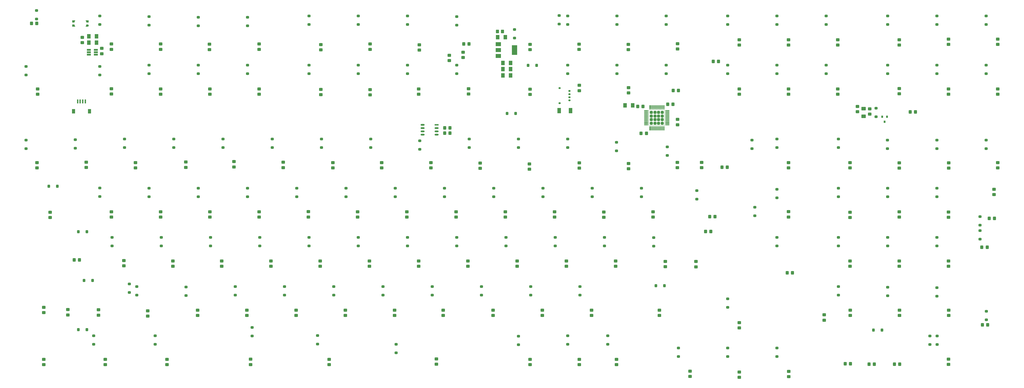
<source format=gbr>
G04 #@! TF.GenerationSoftware,KiCad,Pcbnew,(6.0.11)*
G04 #@! TF.CreationDate,2023-03-19T22:58:01-04:00*
G04 #@! TF.ProjectId,Boston-PCB-V08D,426f7374-6f6e-42d5-9043-422d56303844,rev?*
G04 #@! TF.SameCoordinates,Original*
G04 #@! TF.FileFunction,Paste,Bot*
G04 #@! TF.FilePolarity,Positive*
%FSLAX46Y46*%
G04 Gerber Fmt 4.6, Leading zero omitted, Abs format (unit mm)*
G04 Created by KiCad (PCBNEW (6.0.11)) date 2023-03-19 22:58:01*
%MOMM*%
%LPD*%
G01*
G04 APERTURE LIST*
G04 Aperture macros list*
%AMRoundRect*
0 Rectangle with rounded corners*
0 $1 Rounding radius*
0 $2 $3 $4 $5 $6 $7 $8 $9 X,Y pos of 4 corners*
0 Add a 4 corners polygon primitive as box body*
4,1,4,$2,$3,$4,$5,$6,$7,$8,$9,$2,$3,0*
0 Add four circle primitives for the rounded corners*
1,1,$1+$1,$2,$3*
1,1,$1+$1,$4,$5*
1,1,$1+$1,$6,$7*
1,1,$1+$1,$8,$9*
0 Add four rect primitives between the rounded corners*
20,1,$1+$1,$2,$3,$4,$5,0*
20,1,$1+$1,$4,$5,$6,$7,0*
20,1,$1+$1,$6,$7,$8,$9,0*
20,1,$1+$1,$8,$9,$2,$3,0*%
%AMFreePoly0*
4,1,32,0.525059,0.400000,0.532183,0.397025,0.539142,0.394142,0.539154,0.394113,0.539183,0.394101,0.542091,0.387023,0.545000,0.380000,0.545000,-0.380000,0.539142,-0.394142,0.525000,-0.400000,-0.650000,-0.400000,-0.664142,-0.394142,-0.670000,-0.380000,-0.664142,-0.365858,-0.650000,-0.360000,-0.639861,-0.360000,-0.639730,-0.359737,-0.647299,-0.349312,-0.644899,-0.334193,-0.640755,-0.331184,
-0.549199,-0.165628,-0.470962,0.011813,-0.408969,0.195560,-0.364825,0.379525,-0.365041,0.380578,-0.365871,0.382599,-0.365592,0.383267,-0.365853,0.384541,-0.363693,0.387815,-0.359972,0.396724,-0.345813,0.402541,0.525059,0.400000,0.525059,0.400000,$1*%
%AMFreePoly1*
4,1,34,0.539142,0.394142,0.545000,0.380000,0.545000,-0.380000,0.542091,-0.387023,0.539183,-0.394101,0.539154,-0.394113,0.539142,-0.394142,0.532183,-0.397025,0.525059,-0.400000,-0.345813,-0.402541,-0.359972,-0.396724,-0.365871,-0.382599,-0.363699,-0.377313,-0.368760,-0.369759,-0.367711,-0.364454,-0.414942,-0.174744,-0.481229,0.014483,-0.564791,0.196743,-0.661662,0.364831,-0.664142,0.365858,
-0.665002,0.367933,-0.666846,0.369219,-0.667839,0.374782,-0.670000,0.380000,-0.669140,0.382076,-0.669535,0.384289,-0.666303,0.388925,-0.664142,0.394142,-0.662067,0.395002,-0.660781,0.396846,-0.655218,0.397839,-0.650000,0.400000,0.525000,0.400000,0.539142,0.394142,0.539142,0.394142,$1*%
%AMFreePoly2*
4,1,33,0.319736,0.407785,0.429772,0.357533,0.521194,0.278316,0.586594,0.176551,0.620674,0.060484,0.620674,-0.060484,0.586594,-0.176551,0.521194,-0.278316,0.429772,-0.357533,0.319736,-0.407785,0.199999,-0.425000,-0.575001,-0.424979,-0.592678,-0.417657,-0.600000,-0.399978,-0.592678,-0.382301,-0.590148,-0.381253,-0.588853,-0.372454,-0.584377,-0.369127,-0.488092,-0.190005,-0.406501,0.001887,
-0.342723,0.200411,-0.298808,0.397122,-0.300000,0.400000,-0.299129,0.402104,-0.299623,0.404329,-0.295567,0.410704,-0.292678,0.417678,-0.290574,0.418549,-0.289351,0.420472,-0.281976,0.422110,-0.275000,0.425000,0.200000,0.425000,0.319736,0.407785,0.319736,0.407785,$1*%
G04 Aperture macros list end*
%ADD10RoundRect,0.249999X-0.325001X-0.450001X0.325001X-0.450001X0.325001X0.450001X-0.325001X0.450001X0*%
%ADD11RoundRect,0.250000X-0.350000X0.250000X-0.350000X-0.250000X0.350000X-0.250000X0.350000X0.250000X0*%
%ADD12RoundRect,0.249999X0.325001X0.450001X-0.325001X0.450001X-0.325001X-0.450001X0.325001X-0.450001X0*%
%ADD13RoundRect,0.249999X-0.450001X0.325001X-0.450001X-0.325001X0.450001X-0.325001X0.450001X0.325001X0*%
%ADD14RoundRect,0.250001X-0.462499X-0.624999X0.462499X-0.624999X0.462499X0.624999X-0.462499X0.624999X0*%
%ADD15RoundRect,0.250000X0.250000X0.350000X-0.250000X0.350000X-0.250000X-0.350000X0.250000X-0.350000X0*%
%ADD16RoundRect,0.250000X0.325000X0.450000X-0.325000X0.450000X-0.325000X-0.450000X0.325000X-0.450000X0*%
%ADD17RoundRect,0.249999X0.450001X-0.325001X0.450001X0.325001X-0.450001X0.325001X-0.450001X-0.325001X0*%
%ADD18R,2.000000X1.500000*%
%ADD19R,2.000000X3.800000*%
%ADD20R,1.550000X0.600000*%
%ADD21RoundRect,0.300000X0.475000X0.000000X-0.475000X0.000000X-0.475000X0.000000X0.475000X0.000000X0*%
%ADD22RoundRect,0.250000X-0.450000X0.325000X-0.450000X-0.325000X0.450000X-0.325000X0.450000X0.325000X0*%
%ADD23R,1.400000X2.100000*%
%ADD24RoundRect,0.150000X0.275000X-0.150000X0.275000X0.150000X-0.275000X0.150000X-0.275000X-0.150000X0*%
%ADD25RoundRect,0.175000X0.225000X-0.175000X0.225000X0.175000X-0.225000X0.175000X-0.225000X-0.175000X0*%
%ADD26RoundRect,0.250000X0.350000X0.450000X-0.350000X0.450000X-0.350000X-0.450000X0.350000X-0.450000X0*%
%ADD27RoundRect,0.250001X-0.624999X0.462499X-0.624999X-0.462499X0.624999X-0.462499X0.624999X0.462499X0*%
%ADD28RoundRect,0.250000X0.450000X-0.325000X0.450000X0.325000X-0.450000X0.325000X-0.450000X-0.325000X0*%
%ADD29RoundRect,0.075000X0.662500X0.075000X-0.662500X0.075000X-0.662500X-0.075000X0.662500X-0.075000X0*%
%ADD30RoundRect,0.075000X0.075000X0.662500X-0.075000X0.662500X-0.075000X-0.662500X0.075000X-0.662500X0*%
%ADD31RoundRect,0.250000X-0.325000X-0.450000X0.325000X-0.450000X0.325000X0.450000X-0.325000X0.450000X0*%
%ADD32R,1.560000X0.650000*%
%ADD33R,0.600000X1.550000*%
%ADD34R,1.200000X1.800000*%
%ADD35RoundRect,0.250000X0.315000X0.315000X-0.315000X0.315000X-0.315000X-0.315000X0.315000X-0.315000X0*%
%ADD36RoundRect,0.062500X0.375000X0.062500X-0.375000X0.062500X-0.375000X-0.062500X0.375000X-0.062500X0*%
%ADD37RoundRect,0.062500X0.062500X0.375000X-0.062500X0.375000X-0.062500X-0.375000X0.062500X-0.375000X0*%
%ADD38FreePoly0,180.000000*%
%ADD39FreePoly1,180.000000*%
%ADD40FreePoly2,0.000000*%
%ADD41FreePoly1,0.000000*%
%ADD42R,0.800000X0.900000*%
G04 APERTURE END LIST*
D10*
X374855000Y-168121250D03*
X376905000Y-168121250D03*
D11*
X124578750Y-100113750D03*
X124578750Y-103413750D03*
D12*
X78625000Y-127900000D03*
X76575000Y-127900000D03*
D13*
X148153125Y-109311250D03*
X148153125Y-111361250D03*
D14*
X240412500Y-41625000D03*
X243387500Y-41625000D03*
D11*
X238878750Y-100113750D03*
X238878750Y-103413750D03*
D15*
X255450000Y-52600000D03*
X252150000Y-52600000D03*
D14*
X242412500Y-56425000D03*
X245387500Y-56425000D03*
D16*
X221955000Y-78800000D03*
X219905000Y-78800000D03*
D11*
X97908750Y-137261250D03*
X97908750Y-140561250D03*
D13*
X262453125Y-109311250D03*
X262453125Y-111361250D03*
D11*
X286503750Y-52488750D03*
X286503750Y-55788750D03*
D13*
X157440000Y-90102500D03*
X157440000Y-92152500D03*
X67220000Y-109470000D03*
X67220000Y-111520000D03*
X252690000Y-90737500D03*
X252690000Y-92787500D03*
D17*
X290975000Y-46500000D03*
X290975000Y-44450000D03*
D13*
X190777500Y-128361250D03*
X190777500Y-130411250D03*
D11*
X224591250Y-52488750D03*
X224591250Y-55788750D03*
D17*
X252925000Y-46450000D03*
X252925000Y-44400000D03*
D13*
X276740625Y-147411250D03*
X276740625Y-149461250D03*
D18*
X240650000Y-48925000D03*
X240650000Y-46625000D03*
D19*
X246950000Y-46625000D03*
D18*
X240650000Y-44325000D03*
D11*
X276978750Y-100113750D03*
X276978750Y-103413750D03*
D13*
X414853125Y-61686250D03*
X414853125Y-63736250D03*
D11*
X348416250Y-81063750D03*
X348416250Y-84363750D03*
D13*
X171727500Y-128361250D03*
X171727500Y-130411250D03*
D14*
X242412500Y-54025000D03*
X245387500Y-54025000D03*
D13*
X209827500Y-128361250D03*
X209827500Y-130411250D03*
D11*
X57903750Y-52965000D03*
X57903750Y-56265000D03*
D20*
X216800000Y-75585000D03*
D21*
X216800000Y-76855000D03*
X216800000Y-78125000D03*
X216800000Y-79395000D03*
X211400000Y-79395000D03*
X211400000Y-78125000D03*
X211400000Y-76855000D03*
X211400000Y-75585000D03*
D22*
X87200000Y-46000000D03*
X87200000Y-48050000D03*
D11*
X348416250Y-33438750D03*
X348416250Y-36738750D03*
X76953750Y-81318750D03*
X76953750Y-84618750D03*
D13*
X243403125Y-109311250D03*
X243403125Y-111361250D03*
D11*
X115053750Y-81063750D03*
X115053750Y-84363750D03*
D13*
X152677500Y-128361250D03*
X152677500Y-130411250D03*
X352940625Y-42636250D03*
X352940625Y-44686250D03*
D11*
X205541250Y-52488750D03*
X205541250Y-55788750D03*
D14*
X82262500Y-41325000D03*
X85237500Y-41325000D03*
D11*
X243641250Y-119163750D03*
X243641250Y-122463750D03*
D13*
X433903125Y-42398125D03*
X433903125Y-44448125D03*
X219352500Y-147411250D03*
X219352500Y-149461250D03*
D17*
X271900000Y-46375000D03*
X271900000Y-44325000D03*
D11*
X329366250Y-33438750D03*
X329366250Y-36738750D03*
X172203750Y-81063750D03*
X172203750Y-84363750D03*
D13*
X302934375Y-147411250D03*
X302934375Y-149461250D03*
X81240000Y-90075000D03*
X81240000Y-92125000D03*
D11*
X219828750Y-100113750D03*
X219828750Y-103413750D03*
D13*
X228877500Y-128361250D03*
X228877500Y-130411250D03*
D22*
X309950000Y-90165000D03*
X309950000Y-92215000D03*
D13*
X110053125Y-109311250D03*
X110053125Y-111361250D03*
X333900000Y-171325000D03*
X333900000Y-173375000D03*
X138390000Y-89857500D03*
X138390000Y-91907500D03*
D11*
X57903750Y-81540000D03*
X57903750Y-84840000D03*
D13*
X64800000Y-146300000D03*
X64800000Y-148350000D03*
X414850000Y-166325000D03*
X414850000Y-168375000D03*
D11*
X167441250Y-119163750D03*
X167441250Y-122463750D03*
D15*
X304950000Y-137925000D03*
X301650000Y-137925000D03*
D17*
X110053125Y-46353125D03*
X110053125Y-44303125D03*
D11*
X410328750Y-100113750D03*
X410328750Y-103413750D03*
D10*
X320800625Y-116924375D03*
X322850625Y-116924375D03*
D16*
X296625000Y-68500000D03*
X294575000Y-68500000D03*
D17*
X210060000Y-46630000D03*
X210060000Y-44580000D03*
D13*
X352940625Y-109238750D03*
X352940625Y-111288750D03*
D11*
X61975000Y-31275000D03*
X61975000Y-34575000D03*
D13*
X281503125Y-109383750D03*
X281503125Y-111433750D03*
X129103125Y-61686250D03*
X129103125Y-63736250D03*
X353020000Y-171075000D03*
X353020000Y-173125000D03*
D11*
X367466250Y-33438750D03*
X367466250Y-36738750D03*
D13*
X95819600Y-128139000D03*
X95819600Y-130189000D03*
D11*
X143628750Y-33915000D03*
X143628750Y-37215000D03*
D13*
X352950000Y-90250000D03*
X352950000Y-92300000D03*
X395803125Y-61520625D03*
X395803125Y-63570625D03*
X91003125Y-61613750D03*
X91003125Y-63663750D03*
X333890625Y-42636250D03*
X333890625Y-44686250D03*
D22*
X366700000Y-149200000D03*
X366700000Y-151250000D03*
D11*
X429500000Y-147775000D03*
X429500000Y-151075000D03*
D13*
X266977500Y-128361250D03*
X266977500Y-130411250D03*
X86002500Y-147252500D03*
X86002500Y-149302500D03*
X414900000Y-147375000D03*
X414900000Y-149425000D03*
D11*
X205541250Y-33438750D03*
X205541250Y-36738750D03*
D13*
X352940625Y-61686250D03*
X352940625Y-63736250D03*
D11*
X317460000Y-101066250D03*
X317460000Y-104366250D03*
D13*
X124340625Y-147411250D03*
X124340625Y-149461250D03*
D11*
X124578750Y-52488750D03*
X124578750Y-55788750D03*
D22*
X79675000Y-41700000D03*
X79675000Y-43750000D03*
D11*
X84097500Y-157263750D03*
X84097500Y-160563750D03*
D13*
X229115625Y-61613750D03*
X229115625Y-63663750D03*
D23*
X264200000Y-70125000D03*
X268600000Y-70125000D03*
D13*
X333900000Y-152175000D03*
X333900000Y-154225000D03*
D24*
X268175000Y-66100000D03*
X268175000Y-64900000D03*
X268175000Y-63700000D03*
X268175000Y-62500000D03*
D25*
X264400000Y-61350000D03*
X264400000Y-67250000D03*
D13*
X62428125Y-61686250D03*
X62428125Y-63736250D03*
X186253125Y-109311250D03*
X186253125Y-111361250D03*
D15*
X81461250Y-117003750D03*
X78161250Y-117003750D03*
D13*
X214590000Y-90261250D03*
X214590000Y-92311250D03*
D15*
X247350000Y-71225000D03*
X244050000Y-71225000D03*
D11*
X348416250Y-162026250D03*
X348416250Y-165326250D03*
X124578750Y-33915000D03*
X124578750Y-37215000D03*
D26*
X242300000Y-39400000D03*
X240300000Y-39400000D03*
D13*
X271978125Y-60300000D03*
X271978125Y-62350000D03*
D10*
X427718750Y-123036250D03*
X429768750Y-123036250D03*
D11*
X91241250Y-119163750D03*
X91241250Y-122463750D03*
D10*
X322467500Y-111130000D03*
X324517500Y-111130000D03*
D13*
X433850000Y-90250000D03*
X433850000Y-92300000D03*
D11*
X339900000Y-107550000D03*
X339900000Y-110850000D03*
X119816250Y-138435000D03*
X119816250Y-141735000D03*
D10*
X352425000Y-132875000D03*
X354475000Y-132875000D03*
D13*
X129103125Y-109311250D03*
X129103125Y-111361250D03*
D11*
X296028750Y-100113750D03*
X296028750Y-103413750D03*
D13*
X64809375Y-166461250D03*
X64809375Y-168511250D03*
D11*
X86478750Y-52965000D03*
X86478750Y-56265000D03*
D10*
X308275000Y-62275000D03*
X310325000Y-62275000D03*
D13*
X395803125Y-109311250D03*
X395803125Y-111361250D03*
X317140000Y-128545000D03*
X317140000Y-130595000D03*
D11*
X329366250Y-142976250D03*
X329366250Y-146276250D03*
D27*
X382000000Y-69312500D03*
X382000000Y-72287500D03*
D11*
X348416250Y-119163750D03*
X348416250Y-122463750D03*
X429378750Y-52488750D03*
X429378750Y-55788750D03*
D13*
X171965625Y-61851875D03*
X171965625Y-63901875D03*
X162440625Y-147411250D03*
X162440625Y-149461250D03*
X376753125Y-90261250D03*
X376753125Y-92311250D03*
X247927500Y-128361250D03*
X247927500Y-130411250D03*
X200540625Y-147411250D03*
X200540625Y-149461250D03*
D11*
X306020000Y-84180000D03*
X306020000Y-87480000D03*
X129341250Y-119163750D03*
X129341250Y-122463750D03*
D28*
X310030000Y-75560000D03*
X310030000Y-73510000D03*
D13*
X114717200Y-128361250D03*
X114717200Y-130411250D03*
X395803125Y-128361250D03*
X395803125Y-130411250D03*
X205303125Y-109311250D03*
X205303125Y-111361250D03*
D17*
X191015625Y-46353125D03*
X191015625Y-44303125D03*
D13*
X333890625Y-61686250D03*
X333890625Y-63736250D03*
D11*
X329366250Y-162026250D03*
X329366250Y-165326250D03*
X372228750Y-100113750D03*
X372228750Y-103413750D03*
X338800000Y-81550000D03*
X338800000Y-84850000D03*
D13*
X224353125Y-109311250D03*
X224353125Y-111361250D03*
D11*
X176966250Y-138213750D03*
X176966250Y-141513750D03*
X246900000Y-38675000D03*
X246900000Y-41975000D03*
X248403750Y-81063750D03*
X248403750Y-84363750D03*
X138866250Y-138213750D03*
X138866250Y-141513750D03*
D14*
X289642500Y-68085000D03*
X292617500Y-68085000D03*
D13*
X286027500Y-128361250D03*
X286027500Y-130411250D03*
X271978125Y-166461250D03*
X271978125Y-168511250D03*
D10*
X384062500Y-168280000D03*
X386112500Y-168280000D03*
D13*
X133627500Y-128361250D03*
X133627500Y-130411250D03*
X105052500Y-147649375D03*
X105052500Y-149699375D03*
D11*
X372228750Y-138213750D03*
X372228750Y-141513750D03*
D13*
X167203125Y-109238750D03*
X167203125Y-111288750D03*
D11*
X305553750Y-33438750D03*
X305553750Y-36738750D03*
D13*
X395803125Y-42636250D03*
X395803125Y-44686250D03*
D11*
X391278750Y-52488750D03*
X391278750Y-55788750D03*
X281741250Y-119163750D03*
X281741250Y-122463750D03*
X286410000Y-82375000D03*
X286410000Y-85675000D03*
D13*
X181490625Y-147411250D03*
X181490625Y-149461250D03*
X432450000Y-100535000D03*
X432450000Y-102585000D03*
D11*
X210250000Y-81775000D03*
X210250000Y-85075000D03*
X348416250Y-52488750D03*
X348416250Y-55788750D03*
D13*
X314790000Y-170990000D03*
X314790000Y-173040000D03*
D11*
X267453750Y-157263750D03*
X267453750Y-160563750D03*
X224591250Y-33693750D03*
X224591250Y-36993750D03*
D13*
X195540000Y-90261250D03*
X195540000Y-92311250D03*
X74096250Y-147173125D03*
X74096250Y-149223125D03*
D11*
X257928750Y-100113750D03*
X257928750Y-103413750D03*
D13*
X143390625Y-147411250D03*
X143390625Y-149461250D03*
D11*
X186491250Y-119163750D03*
X186491250Y-122463750D03*
D13*
X371990625Y-61686250D03*
X371990625Y-63736250D03*
X371990625Y-42636250D03*
X371990625Y-44686250D03*
D11*
X186491250Y-52488750D03*
X186491250Y-55788750D03*
X391278750Y-119163750D03*
X391278750Y-122463750D03*
X215066250Y-138213750D03*
X215066250Y-141513750D03*
D13*
X395800000Y-90300000D03*
X395800000Y-92350000D03*
X291000000Y-61175000D03*
X291000000Y-63225000D03*
X238640625Y-147411250D03*
X238640625Y-149461250D03*
D14*
X242412500Y-51625000D03*
X245387500Y-51625000D03*
D11*
X348416250Y-100590000D03*
X348416250Y-103890000D03*
D22*
X319325000Y-90150000D03*
X319325000Y-92200000D03*
D13*
X175200000Y-166400000D03*
X175200000Y-168450000D03*
D11*
X391200000Y-81540000D03*
X391200000Y-84840000D03*
D13*
X414875000Y-90300000D03*
X414875000Y-92350000D03*
D17*
X171965625Y-46591250D03*
X171965625Y-44541250D03*
D11*
X429378750Y-33438750D03*
X429378750Y-36738750D03*
X196016250Y-138213750D03*
X196016250Y-141513750D03*
X283000000Y-157263750D03*
X283000000Y-160563750D03*
X410328750Y-33438750D03*
X410328750Y-36738750D03*
D13*
X209827500Y-61686250D03*
X209827500Y-63736250D03*
D11*
X410400000Y-157350000D03*
X410400000Y-160650000D03*
D15*
X389050000Y-155100000D03*
X385750000Y-155100000D03*
D11*
X167441250Y-33438750D03*
X167441250Y-36738750D03*
D29*
X306122500Y-70120000D03*
X306122500Y-70620000D03*
X306122500Y-71120000D03*
X306122500Y-71620000D03*
X306122500Y-72120000D03*
X306122500Y-72620000D03*
X306122500Y-73120000D03*
X306122500Y-73620000D03*
X306122500Y-74120000D03*
X306122500Y-74620000D03*
X306122500Y-75120000D03*
X306122500Y-75620000D03*
D30*
X304710000Y-77032500D03*
X304210000Y-77032500D03*
X303710000Y-77032500D03*
X303210000Y-77032500D03*
X302710000Y-77032500D03*
X302210000Y-77032500D03*
X301710000Y-77032500D03*
X301210000Y-77032500D03*
X300710000Y-77032500D03*
X300210000Y-77032500D03*
X299710000Y-77032500D03*
X299210000Y-77032500D03*
D29*
X297797500Y-75620000D03*
X297797500Y-75120000D03*
X297797500Y-74620000D03*
X297797500Y-74120000D03*
X297797500Y-73620000D03*
X297797500Y-73120000D03*
X297797500Y-72620000D03*
X297797500Y-72120000D03*
X297797500Y-71620000D03*
X297797500Y-71120000D03*
X297797500Y-70620000D03*
X297797500Y-70120000D03*
D30*
X299210000Y-68707500D03*
X299710000Y-68707500D03*
X300210000Y-68707500D03*
X300710000Y-68707500D03*
X301210000Y-68707500D03*
X301710000Y-68707500D03*
X302210000Y-68707500D03*
X302710000Y-68707500D03*
X303210000Y-68707500D03*
X303710000Y-68707500D03*
X304210000Y-68707500D03*
X304710000Y-68707500D03*
D22*
X144820000Y-166390000D03*
X144820000Y-168440000D03*
D11*
X153153750Y-81063750D03*
X153153750Y-84363750D03*
X200778750Y-100113750D03*
X200778750Y-103413750D03*
X234116250Y-138213750D03*
X234116250Y-141513750D03*
X372228750Y-81063750D03*
X372228750Y-84363750D03*
X391278750Y-138468750D03*
X391278750Y-141768750D03*
D17*
X128865000Y-46425625D03*
X128865000Y-44375625D03*
D11*
X186491250Y-33438750D03*
X186491250Y-36738750D03*
X267453750Y-81063750D03*
X267453750Y-84363750D03*
X110291250Y-119163750D03*
X110291250Y-122463750D03*
D13*
X376753125Y-128361250D03*
X376753125Y-130411250D03*
D11*
X100766250Y-138213750D03*
X100766250Y-141513750D03*
D22*
X384300000Y-69400000D03*
X384300000Y-71450000D03*
D11*
X372228750Y-119163750D03*
X372228750Y-122463750D03*
X429378750Y-81540000D03*
X429378750Y-84840000D03*
X229353750Y-81063750D03*
X229353750Y-84363750D03*
X329366250Y-52488750D03*
X329366250Y-55788750D03*
X391278750Y-33438750D03*
X391278750Y-36738750D03*
D13*
X300553125Y-109311250D03*
X300553125Y-111361250D03*
X88621875Y-166461250D03*
X88621875Y-168511250D03*
D12*
X432595000Y-111820000D03*
X430545000Y-111820000D03*
D11*
X157916250Y-138213750D03*
X157916250Y-141513750D03*
D15*
X81450000Y-154900000D03*
X78150000Y-154900000D03*
D31*
X219890000Y-76760000D03*
X221940000Y-76760000D03*
D15*
X70031250Y-99382500D03*
X66731250Y-99382500D03*
X83650000Y-135900000D03*
X80350000Y-135900000D03*
D10*
X393905000Y-168280000D03*
X395955000Y-168280000D03*
D13*
X110053125Y-61686250D03*
X110053125Y-63736250D03*
D11*
X167441250Y-52488750D03*
X167441250Y-55788750D03*
D31*
X295885000Y-78875000D03*
X297935000Y-78875000D03*
D13*
X414853125Y-109383750D03*
X414853125Y-111433750D03*
D11*
X367466250Y-52488750D03*
X367466250Y-55788750D03*
D13*
X305240000Y-128525000D03*
X305240000Y-130575000D03*
X119750000Y-90025000D03*
X119750000Y-92075000D03*
D28*
X379590000Y-70505000D03*
X379590000Y-68455000D03*
D13*
X414853125Y-128361250D03*
X414853125Y-130411250D03*
D16*
X308225000Y-67625000D03*
X306175000Y-67625000D03*
D32*
X84971250Y-46521250D03*
X84971250Y-47471250D03*
X84971250Y-48421250D03*
X82271250Y-48421250D03*
X82271250Y-47471250D03*
X82271250Y-46521250D03*
D14*
X82237500Y-43725000D03*
X85212500Y-43725000D03*
D11*
X264200000Y-33300000D03*
X264200000Y-36600000D03*
X205541250Y-119163750D03*
X205541250Y-122463750D03*
X386800000Y-69150000D03*
X386800000Y-72450000D03*
D13*
X257690625Y-147411250D03*
X257690625Y-149461250D03*
D11*
X170720000Y-157211000D03*
X170720000Y-160511000D03*
D28*
X221720000Y-50695000D03*
X221720000Y-48645000D03*
D11*
X272216250Y-138213750D03*
X272216250Y-141513750D03*
D13*
X191015625Y-61924375D03*
X191015625Y-63974375D03*
X376753125Y-109476875D03*
X376753125Y-111526875D03*
D11*
X96003750Y-81063750D03*
X96003750Y-84363750D03*
D13*
X252900000Y-61795000D03*
X252900000Y-63845000D03*
D33*
X80900000Y-66500000D03*
X79900000Y-66500000D03*
X78900000Y-66500000D03*
X77900000Y-66500000D03*
D34*
X76300000Y-70375000D03*
X82500000Y-70375000D03*
D11*
X191253750Y-81063750D03*
X191253750Y-84363750D03*
X253166250Y-138213750D03*
X253166250Y-141513750D03*
X407600000Y-157350000D03*
X407600000Y-160650000D03*
X410328750Y-81540000D03*
X410328750Y-84840000D03*
X107910000Y-157263750D03*
X107910000Y-160563750D03*
X201100000Y-160575000D03*
X201100000Y-163875000D03*
D17*
X310000000Y-46200000D03*
X310000000Y-44150000D03*
D13*
X233610000Y-90415000D03*
X233610000Y-92465000D03*
X376800000Y-147375000D03*
X376800000Y-149425000D03*
D11*
X427000000Y-116550000D03*
X427000000Y-119850000D03*
X86478750Y-33438750D03*
X86478750Y-36738750D03*
D13*
X176648750Y-90261250D03*
X176648750Y-92311250D03*
D11*
X162678750Y-100113750D03*
X162678750Y-103413750D03*
X267453750Y-33438750D03*
X267453750Y-36738750D03*
X410328750Y-52488750D03*
X410328750Y-55788750D03*
D13*
X112434375Y-166461250D03*
X112434375Y-168511250D03*
D16*
X62100000Y-36275000D03*
X60050000Y-36275000D03*
D11*
X224591250Y-119163750D03*
X224591250Y-122463750D03*
D35*
X299860000Y-73570000D03*
X304060000Y-73570000D03*
X304060000Y-72170000D03*
X304060000Y-74970000D03*
X299860000Y-70770000D03*
X302660000Y-72170000D03*
X301260000Y-70770000D03*
X301260000Y-74970000D03*
X301260000Y-73570000D03*
X304060000Y-70770000D03*
X302660000Y-70770000D03*
X299860000Y-72170000D03*
X299860000Y-74970000D03*
X302660000Y-73570000D03*
X301260000Y-72170000D03*
X302660000Y-74970000D03*
D36*
X305397500Y-70120000D03*
X305397500Y-70620000D03*
X305397500Y-71120000D03*
X305397500Y-71620000D03*
X305397500Y-72120000D03*
X305397500Y-72620000D03*
X305397500Y-73120000D03*
X305397500Y-73620000D03*
X305397500Y-74120000D03*
X305397500Y-74620000D03*
X305397500Y-75120000D03*
X305397500Y-75620000D03*
D37*
X304710000Y-76307500D03*
X304210000Y-76307500D03*
X303710000Y-76307500D03*
X303210000Y-76307500D03*
X302710000Y-76307500D03*
X302210000Y-76307500D03*
X301710000Y-76307500D03*
X301210000Y-76307500D03*
X300710000Y-76307500D03*
X300210000Y-76307500D03*
X299710000Y-76307500D03*
X299210000Y-76307500D03*
D36*
X298522500Y-75620000D03*
X298522500Y-75120000D03*
X298522500Y-74620000D03*
X298522500Y-74120000D03*
X298522500Y-73620000D03*
X298522500Y-73120000D03*
X298522500Y-72620000D03*
X298522500Y-72120000D03*
X298522500Y-71620000D03*
X298522500Y-71120000D03*
X298522500Y-70620000D03*
X298522500Y-70120000D03*
D37*
X299210000Y-69432500D03*
X299710000Y-69432500D03*
X300210000Y-69432500D03*
X300710000Y-69432500D03*
X301210000Y-69432500D03*
X301710000Y-69432500D03*
X302210000Y-69432500D03*
X302710000Y-69432500D03*
X303210000Y-69432500D03*
X303710000Y-69432500D03*
X304210000Y-69432500D03*
X304710000Y-69432500D03*
D11*
X145373000Y-154117000D03*
X145373000Y-157417000D03*
D13*
X395850000Y-147375000D03*
X395850000Y-149425000D03*
D11*
X300800000Y-119250000D03*
X300800000Y-122550000D03*
D13*
X252928125Y-166461250D03*
X252928125Y-168511250D03*
D11*
X105528750Y-100113750D03*
X105528750Y-103413750D03*
D38*
X76333000Y-35575000D03*
D39*
X76358400Y-37175000D03*
D40*
X81565400Y-37175000D03*
D41*
X81641600Y-35575000D03*
D13*
X91003125Y-109311250D03*
X91003125Y-111361250D03*
D31*
X323775000Y-51000000D03*
X325825000Y-51000000D03*
D13*
X62190000Y-90261250D03*
X62190000Y-92311250D03*
D11*
X181728750Y-100113750D03*
X181728750Y-103413750D03*
D13*
X291050000Y-90595000D03*
X291050000Y-92645000D03*
D28*
X227040000Y-49515000D03*
X227040000Y-47465000D03*
D13*
X286370400Y-166433200D03*
X286370400Y-168483200D03*
D11*
X267453750Y-52488750D03*
X267453750Y-55788750D03*
X310316250Y-162026250D03*
X310316250Y-165326250D03*
X134103750Y-81063750D03*
X134103750Y-84363750D03*
X86478750Y-100090000D03*
X86478750Y-103390000D03*
D22*
X216710000Y-166240000D03*
X216710000Y-168290000D03*
D13*
X272010000Y-90305000D03*
X272010000Y-92355000D03*
X433903125Y-61686250D03*
X433903125Y-63736250D03*
D42*
X389150000Y-72425000D03*
X391050000Y-72425000D03*
X390100000Y-74425000D03*
D13*
X100290000Y-90261250D03*
X100290000Y-92311250D03*
D11*
X148391250Y-119163750D03*
X148391250Y-122463750D03*
X305553750Y-52488750D03*
X305553750Y-55788750D03*
X105528750Y-52488750D03*
X105528750Y-55788750D03*
X143628750Y-100113750D03*
X143628750Y-103413750D03*
X262691250Y-119163750D03*
X262691250Y-122463750D03*
X410328750Y-138690000D03*
X410328750Y-141990000D03*
D17*
X148153125Y-46353125D03*
X148153125Y-44303125D03*
X91003125Y-46353125D03*
X91003125Y-44303125D03*
D13*
X414853125Y-42398125D03*
X414853125Y-44448125D03*
X148153125Y-61686250D03*
X148153125Y-63736250D03*
D16*
X402025000Y-70625000D03*
X399975000Y-70625000D03*
D31*
X327200000Y-92025000D03*
X329250000Y-92025000D03*
D11*
X248403750Y-157485000D03*
X248403750Y-160785000D03*
D10*
X427925000Y-153050000D03*
X429975000Y-153050000D03*
D11*
X410328750Y-119163750D03*
X410328750Y-122463750D03*
X427000000Y-111150000D03*
X427000000Y-114450000D03*
X391278750Y-100113750D03*
X391278750Y-103413750D03*
X286503750Y-33438750D03*
X286503750Y-36738750D03*
X143628750Y-52488750D03*
X143628750Y-55788750D03*
D10*
X227275000Y-44225000D03*
X229325000Y-44225000D03*
D11*
X105528750Y-33693750D03*
X105528750Y-36993750D03*
M02*

</source>
